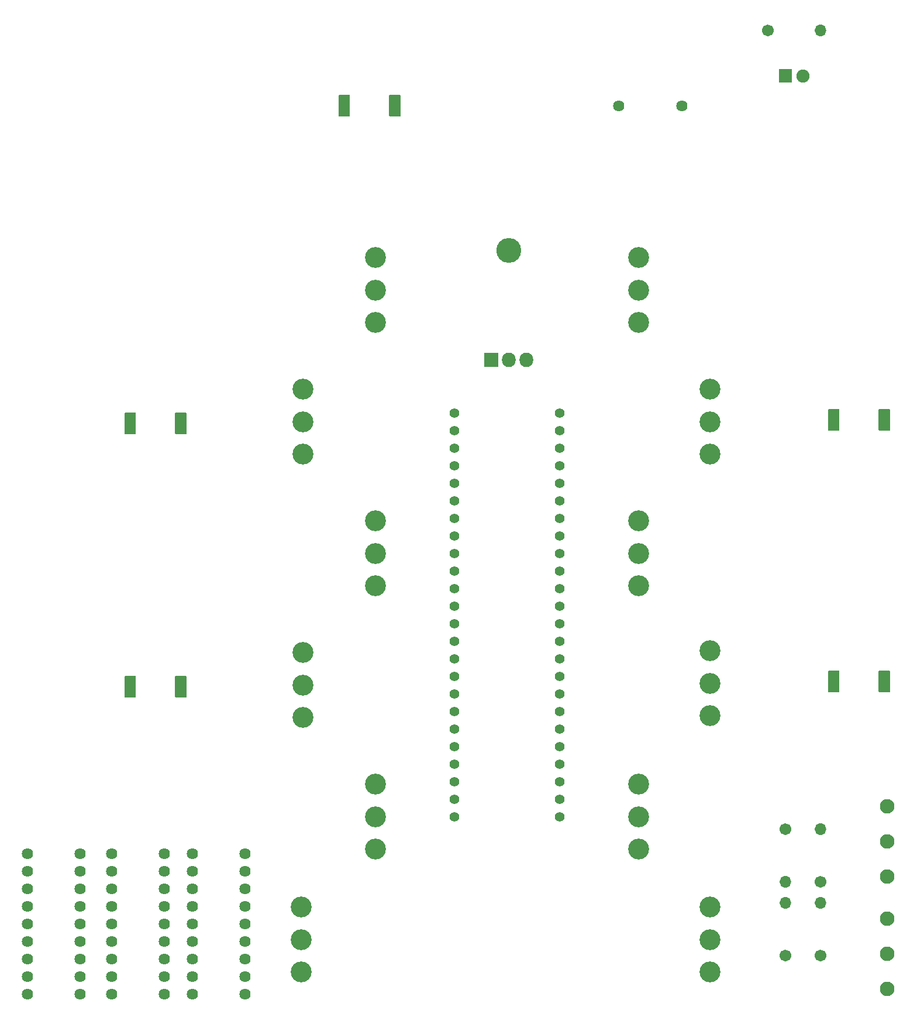
<source format=gbs>
G04 #@! TF.GenerationSoftware,KiCad,Pcbnew,(5.1.10)-1*
G04 #@! TF.CreationDate,2021-07-26T11:56:24-04:00*
G04 #@! TF.ProjectId,Launchbox,4c61756e-6368-4626-9f78-2e6b69636164,Launchbox*
G04 #@! TF.SameCoordinates,Original*
G04 #@! TF.FileFunction,Soldermask,Bot*
G04 #@! TF.FilePolarity,Negative*
%FSLAX46Y46*%
G04 Gerber Fmt 4.6, Leading zero omitted, Abs format (unit mm)*
G04 Created by KiCad (PCBNEW (5.1.10)-1) date 2021-07-26 11:56:24*
%MOMM*%
%LPD*%
G01*
G04 APERTURE LIST*
%ADD10C,1.625600*%
%ADD11C,1.422400*%
%ADD12O,1.701600X1.701600*%
%ADD13C,1.701600*%
%ADD14C,1.901600*%
%ADD15C,3.022600*%
%ADD16C,2.101600*%
%ADD17O,3.601600X3.601600*%
%ADD18O,2.006600X2.101600*%
G04 APERTURE END LIST*
D10*
X116078000Y-45974000D03*
X125222000Y-45974000D03*
G36*
G01*
X155288000Y-92990800D02*
X153764000Y-92990800D01*
G75*
G02*
X153713200Y-92940000I0J50800D01*
G01*
X153713200Y-89940000D01*
G75*
G02*
X153764000Y-89889200I50800J0D01*
G01*
X155288000Y-89889200D01*
G75*
G02*
X155338800Y-89940000I0J-50800D01*
G01*
X155338800Y-92940000D01*
G75*
G02*
X155288000Y-92990800I-50800J0D01*
G01*
G37*
G36*
G01*
X147988000Y-92990800D02*
X146464000Y-92990800D01*
G75*
G02*
X146413200Y-92940000I0J50800D01*
G01*
X146413200Y-89940000D01*
G75*
G02*
X146464000Y-89889200I50800J0D01*
G01*
X147988000Y-89889200D01*
G75*
G02*
X148038800Y-89940000I0J-50800D01*
G01*
X148038800Y-92940000D01*
G75*
G02*
X147988000Y-92990800I-50800J0D01*
G01*
G37*
G36*
G01*
X53434000Y-131598800D02*
X51910000Y-131598800D01*
G75*
G02*
X51859200Y-131548000I0J50800D01*
G01*
X51859200Y-128548000D01*
G75*
G02*
X51910000Y-128497200I50800J0D01*
G01*
X53434000Y-128497200D01*
G75*
G02*
X53484800Y-128548000I0J-50800D01*
G01*
X53484800Y-131548000D01*
G75*
G02*
X53434000Y-131598800I-50800J0D01*
G01*
G37*
G36*
G01*
X46134000Y-131598800D02*
X44610000Y-131598800D01*
G75*
G02*
X44559200Y-131548000I0J50800D01*
G01*
X44559200Y-128548000D01*
G75*
G02*
X44610000Y-128497200I50800J0D01*
G01*
X46134000Y-128497200D01*
G75*
G02*
X46184800Y-128548000I0J-50800D01*
G01*
X46184800Y-131548000D01*
G75*
G02*
X46134000Y-131598800I-50800J0D01*
G01*
G37*
G36*
G01*
X155288000Y-130836800D02*
X153764000Y-130836800D01*
G75*
G02*
X153713200Y-130786000I0J50800D01*
G01*
X153713200Y-127786000D01*
G75*
G02*
X153764000Y-127735200I50800J0D01*
G01*
X155288000Y-127735200D01*
G75*
G02*
X155338800Y-127786000I0J-50800D01*
G01*
X155338800Y-130786000D01*
G75*
G02*
X155288000Y-130836800I-50800J0D01*
G01*
G37*
G36*
G01*
X147988000Y-130836800D02*
X146464000Y-130836800D01*
G75*
G02*
X146413200Y-130786000I0J50800D01*
G01*
X146413200Y-127786000D01*
G75*
G02*
X146464000Y-127735200I50800J0D01*
G01*
X147988000Y-127735200D01*
G75*
G02*
X148038800Y-127786000I0J-50800D01*
G01*
X148038800Y-130786000D01*
G75*
G02*
X147988000Y-130836800I-50800J0D01*
G01*
G37*
G36*
G01*
X84422000Y-47524800D02*
X82898000Y-47524800D01*
G75*
G02*
X82847200Y-47474000I0J50800D01*
G01*
X82847200Y-44474000D01*
G75*
G02*
X82898000Y-44423200I50800J0D01*
G01*
X84422000Y-44423200D01*
G75*
G02*
X84472800Y-44474000I0J-50800D01*
G01*
X84472800Y-47474000D01*
G75*
G02*
X84422000Y-47524800I-50800J0D01*
G01*
G37*
G36*
G01*
X77122000Y-47524800D02*
X75598000Y-47524800D01*
G75*
G02*
X75547200Y-47474000I0J50800D01*
G01*
X75547200Y-44474000D01*
G75*
G02*
X75598000Y-44423200I50800J0D01*
G01*
X77122000Y-44423200D01*
G75*
G02*
X77172800Y-44474000I0J-50800D01*
G01*
X77172800Y-47474000D01*
G75*
G02*
X77122000Y-47524800I-50800J0D01*
G01*
G37*
G36*
G01*
X53434000Y-93498800D02*
X51910000Y-93498800D01*
G75*
G02*
X51859200Y-93448000I0J50800D01*
G01*
X51859200Y-90448000D01*
G75*
G02*
X51910000Y-90397200I50800J0D01*
G01*
X53434000Y-90397200D01*
G75*
G02*
X53484800Y-90448000I0J-50800D01*
G01*
X53484800Y-93448000D01*
G75*
G02*
X53434000Y-93498800I-50800J0D01*
G01*
G37*
G36*
G01*
X46134000Y-93498800D02*
X44610000Y-93498800D01*
G75*
G02*
X44559200Y-93448000I0J50800D01*
G01*
X44559200Y-90448000D01*
G75*
G02*
X44610000Y-90397200I50800J0D01*
G01*
X46134000Y-90397200D01*
G75*
G02*
X46184800Y-90448000I0J-50800D01*
G01*
X46184800Y-93448000D01*
G75*
G02*
X46134000Y-93498800I-50800J0D01*
G01*
G37*
D11*
X107525000Y-90409000D03*
X107525000Y-92949000D03*
X107525000Y-95489000D03*
X107525000Y-98029000D03*
X107525000Y-100569000D03*
X107525000Y-103109000D03*
X107525000Y-105649000D03*
X107525000Y-108189000D03*
X107525000Y-110729000D03*
X107525000Y-113269000D03*
X107525000Y-115809000D03*
X107525000Y-118349000D03*
X107525000Y-120889000D03*
X107525000Y-123429000D03*
X107525000Y-125969000D03*
X107525000Y-128509000D03*
X107525000Y-131049000D03*
X107525000Y-133589000D03*
X107525000Y-136129000D03*
X107525000Y-138669000D03*
X107525000Y-141209000D03*
X107525000Y-143749000D03*
X107525000Y-146289000D03*
X107525000Y-148829000D03*
X92285000Y-90409000D03*
X92285000Y-92949000D03*
X92285000Y-95489000D03*
X92285000Y-98029000D03*
X92285000Y-100569000D03*
X92285000Y-103109000D03*
X92285000Y-105649000D03*
X92285000Y-108189000D03*
X92285000Y-110729000D03*
X92285000Y-113269000D03*
X92285000Y-115809000D03*
X92285000Y-118349000D03*
X92285000Y-120889000D03*
X92285000Y-123429000D03*
X92285000Y-125969000D03*
X92285000Y-128509000D03*
X92285000Y-131049000D03*
X92285000Y-133589000D03*
X92285000Y-136129000D03*
X92285000Y-138669000D03*
X92285000Y-141209000D03*
X92285000Y-143749000D03*
X92285000Y-146289000D03*
X92285000Y-148829000D03*
D10*
X38100000Y-156718000D03*
X38100000Y-169418000D03*
X38100000Y-171958000D03*
X38100000Y-154178000D03*
X38100000Y-159258000D03*
X38100000Y-166878000D03*
X38100000Y-164338000D03*
X38100000Y-161798000D03*
X38100000Y-174498000D03*
X30480000Y-174498000D03*
X30480000Y-171958000D03*
X30480000Y-169418000D03*
X30480000Y-166878000D03*
X30480000Y-164338000D03*
X30480000Y-161798000D03*
X30480000Y-159258000D03*
X30480000Y-156718000D03*
X30480000Y-154178000D03*
D12*
X145288000Y-35052000D03*
D13*
X137668000Y-35052000D03*
D14*
X142748000Y-41656000D03*
G36*
G01*
X139257200Y-42556000D02*
X139257200Y-40756000D01*
G75*
G02*
X139308000Y-40705200I50800J0D01*
G01*
X141108000Y-40705200D01*
G75*
G02*
X141158800Y-40756000I0J-50800D01*
G01*
X141158800Y-42556000D01*
G75*
G02*
X141108000Y-42606800I-50800J0D01*
G01*
X139308000Y-42606800D01*
G75*
G02*
X139257200Y-42556000I0J50800D01*
G01*
G37*
D15*
X129286000Y-134239000D03*
X129286000Y-129540000D03*
X129286000Y-124841000D03*
D10*
X61976000Y-156718000D03*
X61976000Y-169418000D03*
X61976000Y-171958000D03*
X61976000Y-154178000D03*
X61976000Y-159258000D03*
X61976000Y-166878000D03*
X61976000Y-164338000D03*
X61976000Y-161798000D03*
X61976000Y-174498000D03*
X54356000Y-174498000D03*
X54356000Y-171958000D03*
X54356000Y-169418000D03*
X54356000Y-166878000D03*
X54356000Y-164338000D03*
X54356000Y-161798000D03*
X54356000Y-159258000D03*
X54356000Y-156718000D03*
X54356000Y-154178000D03*
D15*
X118955000Y-115428000D03*
X118955000Y-110729000D03*
X118955000Y-106030000D03*
X118955000Y-153528000D03*
X118955000Y-148829000D03*
X118955000Y-144130000D03*
D16*
X154940000Y-147320000D03*
X154940000Y-152400000D03*
X154940000Y-157480000D03*
D15*
X80855000Y-115428000D03*
X80855000Y-110729000D03*
X80855000Y-106030000D03*
X80855000Y-153528000D03*
X80855000Y-148829000D03*
X80855000Y-144130000D03*
D16*
X154940000Y-163576000D03*
X154940000Y-168656000D03*
X154940000Y-173736000D03*
D15*
X70358000Y-96393000D03*
X70358000Y-91694000D03*
X70358000Y-86995000D03*
X129286000Y-96378000D03*
X129286000Y-91679000D03*
X129286000Y-86980000D03*
X70358000Y-134478000D03*
X70358000Y-129779000D03*
X70358000Y-125080000D03*
X129286000Y-171323000D03*
X129286000Y-166624000D03*
X129286000Y-161925000D03*
D12*
X145288000Y-150622000D03*
D13*
X145288000Y-158242000D03*
D17*
X100170000Y-66944000D03*
G36*
G01*
X96626700Y-83744000D02*
X96626700Y-81744000D01*
G75*
G02*
X96677500Y-81693200I50800J0D01*
G01*
X98582500Y-81693200D01*
G75*
G02*
X98633300Y-81744000I0J-50800D01*
G01*
X98633300Y-83744000D01*
G75*
G02*
X98582500Y-83794800I-50800J0D01*
G01*
X96677500Y-83794800D01*
G75*
G02*
X96626700Y-83744000I0J50800D01*
G01*
G37*
D18*
X100170000Y-82744000D03*
X102710000Y-82744000D03*
D15*
X80855000Y-77328000D03*
X80855000Y-72629000D03*
X80855000Y-67930000D03*
D12*
X145288000Y-161290000D03*
D13*
X145288000Y-168910000D03*
D10*
X50292000Y-156718000D03*
X50292000Y-169418000D03*
X50292000Y-171958000D03*
X50292000Y-154178000D03*
X50292000Y-159258000D03*
X50292000Y-166878000D03*
X50292000Y-164338000D03*
X50292000Y-161798000D03*
X50292000Y-174498000D03*
X42672000Y-174498000D03*
X42672000Y-171958000D03*
X42672000Y-169418000D03*
X42672000Y-166878000D03*
X42672000Y-164338000D03*
X42672000Y-161798000D03*
X42672000Y-159258000D03*
X42672000Y-156718000D03*
X42672000Y-154178000D03*
D15*
X70104000Y-171308000D03*
X70104000Y-166609000D03*
X70104000Y-161910000D03*
D12*
X140208000Y-158242000D03*
D13*
X140208000Y-150622000D03*
D15*
X118955000Y-77328000D03*
X118955000Y-72629000D03*
X118955000Y-67930000D03*
D12*
X140208000Y-161290000D03*
D13*
X140208000Y-168910000D03*
M02*

</source>
